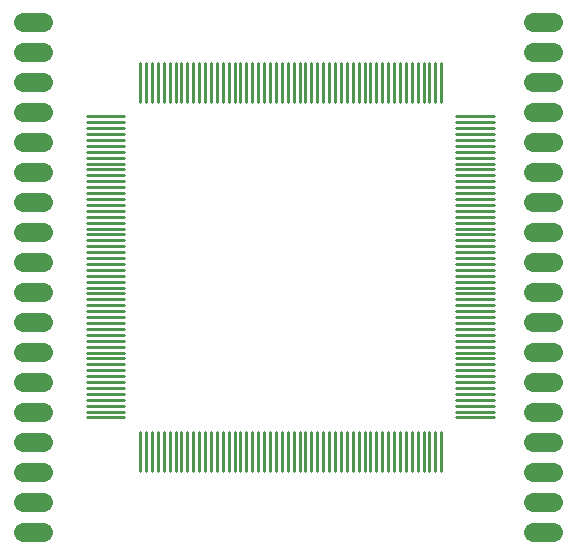
<source format=gtl>
G75*
%MOIN*%
%OFA0B0*%
%FSLAX25Y25*%
%IPPOS*%
%LPD*%
%AMOC8*
5,1,8,0,0,1.08239X$1,22.5*
%
%ADD10C,0.01000*%
%ADD11R,0.00394X0.00394*%
%ADD12C,0.06400*%
D10*
X0031512Y0049228D02*
X0039386Y0049228D01*
X0043815Y0049228D01*
X0043815Y0051197D02*
X0039386Y0051197D01*
X0031512Y0051197D01*
X0031512Y0053165D02*
X0039386Y0053165D01*
X0043815Y0053165D01*
X0043815Y0055134D02*
X0039386Y0055134D01*
X0031512Y0055134D01*
X0031512Y0057102D02*
X0039386Y0057102D01*
X0043815Y0057102D01*
X0043815Y0059071D02*
X0039386Y0059071D01*
X0031512Y0059071D01*
X0031512Y0061039D02*
X0039386Y0061039D01*
X0043815Y0061039D01*
X0043815Y0063008D02*
X0039386Y0063008D01*
X0031512Y0063008D01*
X0031512Y0064976D02*
X0039386Y0064976D01*
X0043815Y0064976D01*
X0043815Y0066945D02*
X0039386Y0066945D01*
X0031512Y0066945D01*
X0031512Y0068913D02*
X0039386Y0068913D01*
X0043815Y0068913D01*
X0043815Y0070882D02*
X0039386Y0070882D01*
X0031512Y0070882D01*
X0031512Y0072850D02*
X0039386Y0072850D01*
X0043815Y0072850D01*
X0043815Y0074819D02*
X0039386Y0074819D01*
X0031512Y0074819D01*
X0031512Y0076787D02*
X0039386Y0076787D01*
X0043815Y0076787D01*
X0043815Y0078756D02*
X0039386Y0078756D01*
X0031512Y0078756D01*
X0031512Y0080724D02*
X0039386Y0080724D01*
X0043815Y0080724D01*
X0043815Y0078756D02*
X0039386Y0078756D01*
X0039386Y0082693D02*
X0031512Y0082693D01*
X0031512Y0084661D02*
X0039386Y0084661D01*
X0043815Y0084661D01*
X0043815Y0082693D02*
X0039386Y0082693D01*
X0039386Y0086630D02*
X0031512Y0086630D01*
X0031512Y0088598D02*
X0039386Y0088598D01*
X0043815Y0088598D01*
X0043815Y0086630D02*
X0039386Y0086630D01*
X0039386Y0090567D02*
X0031512Y0090567D01*
X0031512Y0092535D02*
X0039386Y0092535D01*
X0043815Y0092535D01*
X0043815Y0090567D02*
X0039386Y0090567D01*
X0039386Y0094504D02*
X0031512Y0094504D01*
X0031512Y0096472D02*
X0039386Y0096472D01*
X0043815Y0096472D01*
X0043815Y0094504D02*
X0039386Y0094504D01*
X0039386Y0098441D02*
X0031512Y0098441D01*
X0031512Y0100409D02*
X0039386Y0100409D01*
X0043815Y0100409D01*
X0043815Y0098441D02*
X0039386Y0098441D01*
X0039386Y0102378D02*
X0031512Y0102378D01*
X0031512Y0104346D02*
X0039386Y0104346D01*
X0043815Y0104346D01*
X0043815Y0102378D02*
X0039386Y0102378D01*
X0039386Y0106315D02*
X0031512Y0106315D01*
X0031512Y0108283D02*
X0039386Y0108283D01*
X0043815Y0108283D01*
X0043815Y0106315D02*
X0039386Y0106315D01*
X0039386Y0110252D02*
X0031512Y0110252D01*
X0031512Y0112220D02*
X0039386Y0112220D01*
X0043815Y0112220D01*
X0043815Y0110252D02*
X0039386Y0110252D01*
X0039386Y0114189D02*
X0031512Y0114189D01*
X0031512Y0116157D02*
X0039386Y0116157D01*
X0043815Y0116157D01*
X0043815Y0114189D02*
X0039386Y0114189D01*
X0043815Y0114189D01*
X0043815Y0118126D02*
X0039386Y0118126D01*
X0031512Y0118126D01*
X0031512Y0120094D02*
X0039386Y0120094D01*
X0043815Y0120094D01*
X0043815Y0122063D02*
X0039386Y0122063D01*
X0031512Y0122063D01*
X0031512Y0124031D02*
X0039386Y0124031D01*
X0043815Y0124031D01*
X0043815Y0126000D02*
X0039386Y0126000D01*
X0031512Y0126000D01*
X0031512Y0127969D02*
X0039386Y0127969D01*
X0043815Y0127969D01*
X0043815Y0129937D02*
X0039386Y0129937D01*
X0031512Y0129937D01*
X0031512Y0131906D02*
X0039386Y0131906D01*
X0043815Y0131906D01*
X0043815Y0133874D02*
X0039386Y0133874D01*
X0031512Y0133874D01*
X0031512Y0135843D02*
X0039386Y0135843D01*
X0043815Y0135843D01*
X0043815Y0137811D02*
X0039386Y0137811D01*
X0031512Y0137811D01*
X0031512Y0139780D02*
X0039386Y0139780D01*
X0043815Y0139780D01*
X0043815Y0141748D02*
X0039386Y0141748D01*
X0031512Y0141748D01*
X0031512Y0143717D02*
X0039386Y0143717D01*
X0043815Y0143717D01*
X0043815Y0145685D02*
X0039386Y0145685D01*
X0031512Y0145685D01*
X0031512Y0147654D02*
X0039386Y0147654D01*
X0043815Y0147654D01*
X0043815Y0149622D02*
X0039386Y0149622D01*
X0031512Y0149622D01*
X0039386Y0149622D02*
X0043815Y0149622D01*
X0049228Y0154543D02*
X0049228Y0159465D01*
X0049228Y0167339D01*
X0051197Y0167339D02*
X0051197Y0159465D01*
X0051197Y0154543D01*
X0053165Y0154543D02*
X0053165Y0159465D01*
X0053165Y0167339D01*
X0055134Y0167339D02*
X0055134Y0159465D01*
X0055134Y0154543D01*
X0057102Y0154543D02*
X0057102Y0159465D01*
X0057102Y0167339D01*
X0059071Y0167339D02*
X0059071Y0159465D01*
X0059071Y0154543D01*
X0061039Y0154543D02*
X0061039Y0159465D01*
X0061039Y0167339D01*
X0063008Y0167339D02*
X0063008Y0159465D01*
X0063008Y0154543D01*
X0064976Y0154543D02*
X0064976Y0159465D01*
X0064976Y0167339D01*
X0066945Y0167339D02*
X0066945Y0159465D01*
X0066945Y0154543D01*
X0068913Y0154543D02*
X0068913Y0159465D01*
X0068913Y0167339D01*
X0070882Y0167339D02*
X0070882Y0159465D01*
X0070882Y0154543D01*
X0072850Y0154543D02*
X0072850Y0159465D01*
X0072850Y0167339D01*
X0074819Y0167339D02*
X0074819Y0159465D01*
X0074819Y0154543D01*
X0076787Y0154543D02*
X0076787Y0159465D01*
X0076787Y0167339D01*
X0078756Y0167339D02*
X0078756Y0159465D01*
X0078756Y0154543D01*
X0080724Y0154543D02*
X0080724Y0159465D01*
X0080724Y0167339D01*
X0082693Y0167339D02*
X0082693Y0159465D01*
X0082693Y0154543D01*
X0084661Y0154543D02*
X0084661Y0159465D01*
X0084661Y0167339D01*
X0086630Y0167339D02*
X0086630Y0159465D01*
X0086630Y0154543D01*
X0088598Y0154543D02*
X0088598Y0159465D01*
X0088598Y0167339D01*
X0090567Y0167339D02*
X0090567Y0159465D01*
X0090567Y0154543D01*
X0092535Y0154543D02*
X0092535Y0159465D01*
X0092535Y0167339D01*
X0094504Y0167339D02*
X0094504Y0159465D01*
X0094504Y0154543D01*
X0096472Y0154543D02*
X0096472Y0159465D01*
X0096472Y0167339D01*
X0098441Y0167339D02*
X0098441Y0159465D01*
X0098441Y0154543D01*
X0100409Y0154543D02*
X0100409Y0159465D01*
X0100409Y0167339D01*
X0102378Y0167339D02*
X0102378Y0159465D01*
X0102378Y0154543D01*
X0104346Y0154543D02*
X0104346Y0159465D01*
X0104346Y0167339D01*
X0106315Y0167339D02*
X0106315Y0159465D01*
X0106315Y0154543D01*
X0108283Y0154543D02*
X0108283Y0159465D01*
X0108283Y0167339D01*
X0110252Y0167339D02*
X0110252Y0159465D01*
X0110252Y0154543D01*
X0112220Y0154543D02*
X0112220Y0159465D01*
X0112220Y0167339D01*
X0114189Y0167339D02*
X0114189Y0159465D01*
X0114189Y0154543D01*
X0116157Y0154543D02*
X0116157Y0159465D01*
X0116157Y0167339D01*
X0118126Y0167339D02*
X0118126Y0159465D01*
X0118126Y0154543D01*
X0120094Y0154543D02*
X0120094Y0159465D01*
X0120094Y0167339D01*
X0122063Y0167339D02*
X0122063Y0159465D01*
X0122063Y0154543D01*
X0124031Y0154543D02*
X0124031Y0159465D01*
X0124031Y0167339D01*
X0126000Y0167339D02*
X0126000Y0159465D01*
X0126000Y0154543D01*
X0127969Y0154543D02*
X0127969Y0159465D01*
X0127969Y0167339D01*
X0129937Y0167339D02*
X0129937Y0159465D01*
X0129937Y0154543D01*
X0131906Y0154543D02*
X0131906Y0159465D01*
X0131906Y0167339D01*
X0133874Y0167339D02*
X0133874Y0159465D01*
X0133874Y0154543D01*
X0135843Y0154543D02*
X0135843Y0159465D01*
X0135843Y0167339D01*
X0137811Y0167339D02*
X0137811Y0159465D01*
X0137811Y0154543D01*
X0139780Y0154543D02*
X0139780Y0159465D01*
X0139780Y0167339D01*
X0141748Y0167339D02*
X0141748Y0159465D01*
X0141748Y0154543D01*
X0143717Y0154543D02*
X0143717Y0159465D01*
X0143717Y0167339D01*
X0145685Y0167339D02*
X0145685Y0159465D01*
X0145685Y0154543D01*
X0147654Y0154543D02*
X0147654Y0159465D01*
X0147654Y0167339D01*
X0149622Y0167339D02*
X0149622Y0159465D01*
X0149622Y0154543D01*
X0154543Y0149622D02*
X0159465Y0149622D01*
X0167339Y0149622D01*
X0167339Y0147654D02*
X0159465Y0147654D01*
X0154543Y0147654D01*
X0154543Y0145685D02*
X0159465Y0145685D01*
X0167339Y0145685D01*
X0167339Y0143717D02*
X0159465Y0143717D01*
X0154543Y0143717D01*
X0154543Y0141748D02*
X0159465Y0141748D01*
X0167339Y0141748D01*
X0167339Y0139780D02*
X0159465Y0139780D01*
X0154543Y0139780D01*
X0154543Y0137811D02*
X0159465Y0137811D01*
X0167339Y0137811D01*
X0167339Y0135843D02*
X0159465Y0135843D01*
X0154543Y0135843D01*
X0154543Y0133874D02*
X0159465Y0133874D01*
X0167339Y0133874D01*
X0167339Y0131906D02*
X0159465Y0131906D01*
X0154543Y0131906D01*
X0154543Y0129937D02*
X0159465Y0129937D01*
X0167339Y0129937D01*
X0167339Y0127969D02*
X0159465Y0127969D01*
X0154543Y0127969D01*
X0154543Y0126000D02*
X0159465Y0126000D01*
X0167339Y0126000D01*
X0167339Y0124031D02*
X0159465Y0124031D01*
X0154543Y0124031D01*
X0154543Y0122063D02*
X0159465Y0122063D01*
X0167339Y0122063D01*
X0167339Y0120094D02*
X0159465Y0120094D01*
X0154543Y0120094D01*
X0159465Y0120094D01*
X0159465Y0118126D02*
X0167339Y0118126D01*
X0167339Y0116157D02*
X0159465Y0116157D01*
X0154543Y0116157D01*
X0154543Y0114189D02*
X0159465Y0114189D01*
X0167339Y0114189D01*
X0167339Y0112220D02*
X0159465Y0112220D01*
X0154543Y0112220D01*
X0154543Y0110252D02*
X0159465Y0110252D01*
X0167339Y0110252D01*
X0167339Y0108283D02*
X0159465Y0108283D01*
X0154543Y0108283D01*
X0154543Y0106315D02*
X0159465Y0106315D01*
X0167339Y0106315D01*
X0167339Y0104346D02*
X0159465Y0104346D01*
X0154543Y0104346D01*
X0154543Y0102378D02*
X0159465Y0102378D01*
X0167339Y0102378D01*
X0167339Y0100409D02*
X0159465Y0100409D01*
X0154543Y0100409D01*
X0154543Y0098441D02*
X0159465Y0098441D01*
X0167339Y0098441D01*
X0167339Y0096472D02*
X0159465Y0096472D01*
X0154543Y0096472D01*
X0154543Y0094504D02*
X0159465Y0094504D01*
X0167339Y0094504D01*
X0167339Y0092535D02*
X0159465Y0092535D01*
X0154543Y0092535D01*
X0154543Y0090567D02*
X0159465Y0090567D01*
X0167339Y0090567D01*
X0167339Y0088598D02*
X0159465Y0088598D01*
X0154543Y0088598D01*
X0154543Y0086630D02*
X0159465Y0086630D01*
X0167339Y0086630D01*
X0167339Y0084661D02*
X0159465Y0084661D01*
X0154543Y0084661D01*
X0159465Y0084661D01*
X0159465Y0082693D02*
X0167339Y0082693D01*
X0167339Y0080724D02*
X0159465Y0080724D01*
X0154543Y0080724D01*
X0154543Y0078756D02*
X0159465Y0078756D01*
X0167339Y0078756D01*
X0167339Y0076787D02*
X0159465Y0076787D01*
X0154543Y0076787D01*
X0154543Y0074819D02*
X0159465Y0074819D01*
X0167339Y0074819D01*
X0167339Y0072850D02*
X0159465Y0072850D01*
X0154543Y0072850D01*
X0154543Y0070882D02*
X0159465Y0070882D01*
X0167339Y0070882D01*
X0167339Y0068913D02*
X0159465Y0068913D01*
X0154543Y0068913D01*
X0154543Y0066945D02*
X0159465Y0066945D01*
X0167339Y0066945D01*
X0167339Y0064976D02*
X0159465Y0064976D01*
X0154543Y0064976D01*
X0154543Y0063008D02*
X0159465Y0063008D01*
X0167339Y0063008D01*
X0167339Y0061039D02*
X0159465Y0061039D01*
X0154543Y0061039D01*
X0154543Y0059071D02*
X0159465Y0059071D01*
X0167339Y0059071D01*
X0167339Y0057102D02*
X0159465Y0057102D01*
X0154543Y0057102D01*
X0154543Y0055134D02*
X0159465Y0055134D01*
X0167339Y0055134D01*
X0167339Y0053165D02*
X0159465Y0053165D01*
X0154543Y0053165D01*
X0154543Y0051197D02*
X0159465Y0051197D01*
X0167339Y0051197D01*
X0167339Y0049228D02*
X0159465Y0049228D01*
X0154543Y0049228D01*
X0159465Y0049228D01*
X0149622Y0044307D02*
X0149622Y0039386D01*
X0149622Y0031512D01*
X0147654Y0031512D02*
X0147654Y0039386D01*
X0147654Y0044307D01*
X0145685Y0044307D02*
X0145685Y0039386D01*
X0145685Y0031512D01*
X0143717Y0031512D02*
X0143717Y0039386D01*
X0143717Y0044307D01*
X0141748Y0044307D02*
X0141748Y0039386D01*
X0141748Y0031512D01*
X0139780Y0031512D02*
X0139780Y0039386D01*
X0139780Y0044307D01*
X0137811Y0044307D02*
X0137811Y0039386D01*
X0137811Y0031512D01*
X0135843Y0031512D02*
X0135843Y0039386D01*
X0135843Y0044307D01*
X0133874Y0044307D02*
X0133874Y0039386D01*
X0133874Y0031512D01*
X0131906Y0031512D02*
X0131906Y0039386D01*
X0131906Y0044307D01*
X0129937Y0044307D02*
X0129937Y0039386D01*
X0129937Y0031512D01*
X0127969Y0031512D02*
X0127969Y0039386D01*
X0127969Y0044307D01*
X0126000Y0044307D02*
X0126000Y0039386D01*
X0126000Y0031512D01*
X0124031Y0031512D02*
X0124031Y0039386D01*
X0124031Y0044307D01*
X0122063Y0044307D02*
X0122063Y0039386D01*
X0122063Y0031512D01*
X0120094Y0031512D02*
X0120094Y0039386D01*
X0120094Y0044307D01*
X0120094Y0039386D01*
X0118126Y0039386D02*
X0118126Y0031512D01*
X0116157Y0031512D02*
X0116157Y0039386D01*
X0116157Y0044307D01*
X0114189Y0044307D02*
X0114189Y0039386D01*
X0114189Y0031512D01*
X0112220Y0031512D02*
X0112220Y0039386D01*
X0112220Y0044307D01*
X0110252Y0044307D02*
X0110252Y0039386D01*
X0110252Y0031512D01*
X0108283Y0031512D02*
X0108283Y0039386D01*
X0108283Y0044307D01*
X0106315Y0044307D02*
X0106315Y0039386D01*
X0106315Y0031512D01*
X0104346Y0031512D02*
X0104346Y0039386D01*
X0104346Y0044307D01*
X0102378Y0044307D02*
X0102378Y0039386D01*
X0102378Y0031512D01*
X0100409Y0031512D02*
X0100409Y0039386D01*
X0100409Y0044307D01*
X0098441Y0044307D02*
X0098441Y0039386D01*
X0098441Y0031512D01*
X0096472Y0031512D02*
X0096472Y0039386D01*
X0096472Y0044307D01*
X0094504Y0044307D02*
X0094504Y0039386D01*
X0094504Y0031512D01*
X0092535Y0031512D02*
X0092535Y0039386D01*
X0092535Y0044307D01*
X0090567Y0044307D02*
X0090567Y0039386D01*
X0090567Y0031512D01*
X0088598Y0031512D02*
X0088598Y0039386D01*
X0088598Y0044307D01*
X0086630Y0044307D02*
X0086630Y0039386D01*
X0086630Y0031512D01*
X0084661Y0031512D02*
X0084661Y0039386D01*
X0084661Y0044307D01*
X0084661Y0039386D01*
X0082693Y0039386D02*
X0082693Y0031512D01*
X0080724Y0031512D02*
X0080724Y0039386D01*
X0080724Y0044307D01*
X0078756Y0044307D02*
X0078756Y0039386D01*
X0078756Y0031512D01*
X0076787Y0031512D02*
X0076787Y0039386D01*
X0076787Y0044307D01*
X0074819Y0044307D02*
X0074819Y0039386D01*
X0074819Y0031512D01*
X0072850Y0031512D02*
X0072850Y0039386D01*
X0072850Y0044307D01*
X0070882Y0044307D02*
X0070882Y0039386D01*
X0070882Y0031512D01*
X0068913Y0031512D02*
X0068913Y0039386D01*
X0068913Y0044307D01*
X0066945Y0044307D02*
X0066945Y0039386D01*
X0066945Y0031512D01*
X0064976Y0031512D02*
X0064976Y0039386D01*
X0064976Y0044307D01*
X0063008Y0044307D02*
X0063008Y0039386D01*
X0063008Y0031512D01*
X0061039Y0031512D02*
X0061039Y0039386D01*
X0061039Y0044307D01*
X0059071Y0044307D02*
X0059071Y0039386D01*
X0059071Y0031512D01*
X0057102Y0031512D02*
X0057102Y0039386D01*
X0057102Y0044307D01*
X0055134Y0044307D02*
X0055134Y0039386D01*
X0055134Y0031512D01*
X0053165Y0031512D02*
X0053165Y0039386D01*
X0053165Y0044307D01*
X0051197Y0044307D02*
X0051197Y0039386D01*
X0051197Y0031512D01*
X0049228Y0031512D02*
X0049228Y0039386D01*
X0049228Y0044307D01*
X0049228Y0039386D01*
X0082693Y0039386D02*
X0082693Y0044307D01*
X0118126Y0044307D02*
X0118126Y0039386D01*
X0154543Y0082693D02*
X0159465Y0082693D01*
X0159465Y0118126D02*
X0154543Y0118126D01*
X0120094Y0154543D02*
X0120094Y0159465D01*
X0084661Y0159465D02*
X0084661Y0154543D01*
X0049228Y0154543D02*
X0049228Y0159465D01*
X0049228Y0154543D01*
D11*
X0049228Y0159465D03*
X0051197Y0159465D03*
X0053165Y0159465D03*
X0055134Y0159465D03*
X0057102Y0159465D03*
X0059071Y0159465D03*
X0061039Y0159465D03*
X0063008Y0159465D03*
X0064976Y0159465D03*
X0066945Y0159465D03*
X0068913Y0159465D03*
X0070882Y0159465D03*
X0072850Y0159465D03*
X0074819Y0159465D03*
X0076787Y0159465D03*
X0078756Y0159465D03*
X0080724Y0159465D03*
X0082693Y0159465D03*
X0084661Y0159465D03*
X0086630Y0159465D03*
X0088598Y0159465D03*
X0090567Y0159465D03*
X0092535Y0159465D03*
X0094504Y0159465D03*
X0096472Y0159465D03*
X0098441Y0159465D03*
X0100409Y0159465D03*
X0102378Y0159465D03*
X0104346Y0159465D03*
X0106315Y0159465D03*
X0108283Y0159465D03*
X0110252Y0159465D03*
X0112220Y0159465D03*
X0114189Y0159465D03*
X0116157Y0159465D03*
X0118126Y0159465D03*
X0120094Y0159465D03*
X0122063Y0159465D03*
X0124031Y0159465D03*
X0126000Y0159465D03*
X0127969Y0159465D03*
X0129937Y0159465D03*
X0131906Y0159465D03*
X0133874Y0159465D03*
X0135843Y0159465D03*
X0137811Y0159465D03*
X0139780Y0159465D03*
X0141748Y0159465D03*
X0143717Y0159465D03*
X0145685Y0159465D03*
X0147654Y0159465D03*
X0149622Y0159465D03*
X0159465Y0149622D03*
X0159465Y0147654D03*
X0159465Y0145685D03*
X0159465Y0143717D03*
X0159465Y0141748D03*
X0159465Y0139780D03*
X0159465Y0137811D03*
X0159465Y0135843D03*
X0159465Y0133874D03*
X0159465Y0131906D03*
X0159465Y0129937D03*
X0159465Y0127969D03*
X0159465Y0126000D03*
X0159465Y0124031D03*
X0159465Y0122063D03*
X0159465Y0120094D03*
X0159465Y0118126D03*
X0159465Y0116157D03*
X0159465Y0114189D03*
X0159465Y0112220D03*
X0159465Y0110252D03*
X0159465Y0108283D03*
X0159465Y0106315D03*
X0159465Y0104346D03*
X0159465Y0102378D03*
X0159465Y0100409D03*
X0159465Y0098441D03*
X0159465Y0096472D03*
X0159465Y0094504D03*
X0159465Y0092535D03*
X0159465Y0090567D03*
X0159465Y0088598D03*
X0159465Y0086630D03*
X0159465Y0084661D03*
X0159465Y0082693D03*
X0159465Y0080724D03*
X0159465Y0078756D03*
X0159465Y0076787D03*
X0159465Y0074819D03*
X0159465Y0072850D03*
X0159465Y0070882D03*
X0159465Y0068913D03*
X0159465Y0066945D03*
X0159465Y0064976D03*
X0159465Y0063008D03*
X0159465Y0061039D03*
X0159465Y0059071D03*
X0159465Y0057102D03*
X0159465Y0055134D03*
X0159465Y0053165D03*
X0159465Y0051197D03*
X0159465Y0049228D03*
X0149622Y0039386D03*
X0147654Y0039386D03*
X0145685Y0039386D03*
X0143717Y0039386D03*
X0141748Y0039386D03*
X0139780Y0039386D03*
X0137811Y0039386D03*
X0135843Y0039386D03*
X0133874Y0039386D03*
X0131906Y0039386D03*
X0129937Y0039386D03*
X0127969Y0039386D03*
X0126000Y0039386D03*
X0124031Y0039386D03*
X0122063Y0039386D03*
X0120094Y0039386D03*
X0118126Y0039386D03*
X0116157Y0039386D03*
X0114189Y0039386D03*
X0112220Y0039386D03*
X0110252Y0039386D03*
X0108283Y0039386D03*
X0106315Y0039386D03*
X0104346Y0039386D03*
X0102378Y0039386D03*
X0100409Y0039386D03*
X0098441Y0039386D03*
X0096472Y0039386D03*
X0094504Y0039386D03*
X0092535Y0039386D03*
X0090567Y0039386D03*
X0088598Y0039386D03*
X0086630Y0039386D03*
X0084661Y0039386D03*
X0082693Y0039386D03*
X0080724Y0039386D03*
X0078756Y0039386D03*
X0076787Y0039386D03*
X0074819Y0039386D03*
X0072850Y0039386D03*
X0070882Y0039386D03*
X0068913Y0039386D03*
X0066945Y0039386D03*
X0064976Y0039386D03*
X0063008Y0039386D03*
X0061039Y0039386D03*
X0059071Y0039386D03*
X0057102Y0039386D03*
X0055134Y0039386D03*
X0053165Y0039386D03*
X0051197Y0039386D03*
X0049228Y0039386D03*
X0039386Y0049228D03*
X0039386Y0051197D03*
X0039386Y0053165D03*
X0039386Y0055134D03*
X0039386Y0057102D03*
X0039386Y0059071D03*
X0039386Y0061039D03*
X0039386Y0063008D03*
X0039386Y0064976D03*
X0039386Y0066945D03*
X0039386Y0068913D03*
X0039386Y0070882D03*
X0039386Y0072850D03*
X0039386Y0074819D03*
X0039386Y0076787D03*
X0039386Y0078756D03*
X0039386Y0080724D03*
X0039386Y0082693D03*
X0039386Y0084661D03*
X0039386Y0086630D03*
X0039386Y0088598D03*
X0039386Y0090567D03*
X0039386Y0092535D03*
X0039386Y0094504D03*
X0039386Y0096472D03*
X0039386Y0098441D03*
X0039386Y0100409D03*
X0039386Y0102378D03*
X0039386Y0104346D03*
X0039386Y0106315D03*
X0039386Y0108283D03*
X0039386Y0110252D03*
X0039386Y0112220D03*
X0039386Y0114189D03*
X0039386Y0116157D03*
X0039386Y0118126D03*
X0039386Y0120094D03*
X0039386Y0122063D03*
X0039386Y0124031D03*
X0039386Y0126000D03*
X0039386Y0127969D03*
X0039386Y0129937D03*
X0039386Y0131906D03*
X0039386Y0133874D03*
X0039386Y0135843D03*
X0039386Y0137811D03*
X0039386Y0139780D03*
X0039386Y0141748D03*
X0039386Y0143717D03*
X0039386Y0145685D03*
X0039386Y0147654D03*
X0039386Y0149622D03*
D12*
X0016700Y0011000D02*
X0010300Y0011000D01*
X0010300Y0021000D02*
X0016700Y0021000D01*
X0016700Y0031000D02*
X0010300Y0031000D01*
X0010300Y0041000D02*
X0016700Y0041000D01*
X0016700Y0051000D02*
X0010300Y0051000D01*
X0010300Y0061000D02*
X0016700Y0061000D01*
X0016700Y0071000D02*
X0010300Y0071000D01*
X0010300Y0081000D02*
X0016700Y0081000D01*
X0016700Y0091000D02*
X0010300Y0091000D01*
X0010300Y0101000D02*
X0016700Y0101000D01*
X0016700Y0111000D02*
X0010300Y0111000D01*
X0010300Y0121000D02*
X0016700Y0121000D01*
X0016700Y0131000D02*
X0010300Y0131000D01*
X0010300Y0141000D02*
X0016700Y0141000D01*
X0016700Y0151000D02*
X0010300Y0151000D01*
X0010300Y0161000D02*
X0016700Y0161000D01*
X0016700Y0171000D02*
X0010300Y0171000D01*
X0010300Y0181000D02*
X0016700Y0181000D01*
X0180300Y0181000D02*
X0186700Y0181000D01*
X0186700Y0171000D02*
X0180300Y0171000D01*
X0180300Y0161000D02*
X0186700Y0161000D01*
X0186700Y0151000D02*
X0180300Y0151000D01*
X0180300Y0141000D02*
X0186700Y0141000D01*
X0186700Y0131000D02*
X0180300Y0131000D01*
X0180300Y0121000D02*
X0186700Y0121000D01*
X0186700Y0111000D02*
X0180300Y0111000D01*
X0180300Y0101000D02*
X0186700Y0101000D01*
X0186700Y0091000D02*
X0180300Y0091000D01*
X0180300Y0081000D02*
X0186700Y0081000D01*
X0186700Y0071000D02*
X0180300Y0071000D01*
X0180300Y0061000D02*
X0186700Y0061000D01*
X0186700Y0051000D02*
X0180300Y0051000D01*
X0180300Y0041000D02*
X0186700Y0041000D01*
X0186700Y0031000D02*
X0180300Y0031000D01*
X0180300Y0021000D02*
X0186700Y0021000D01*
X0186700Y0011000D02*
X0180300Y0011000D01*
M02*

</source>
